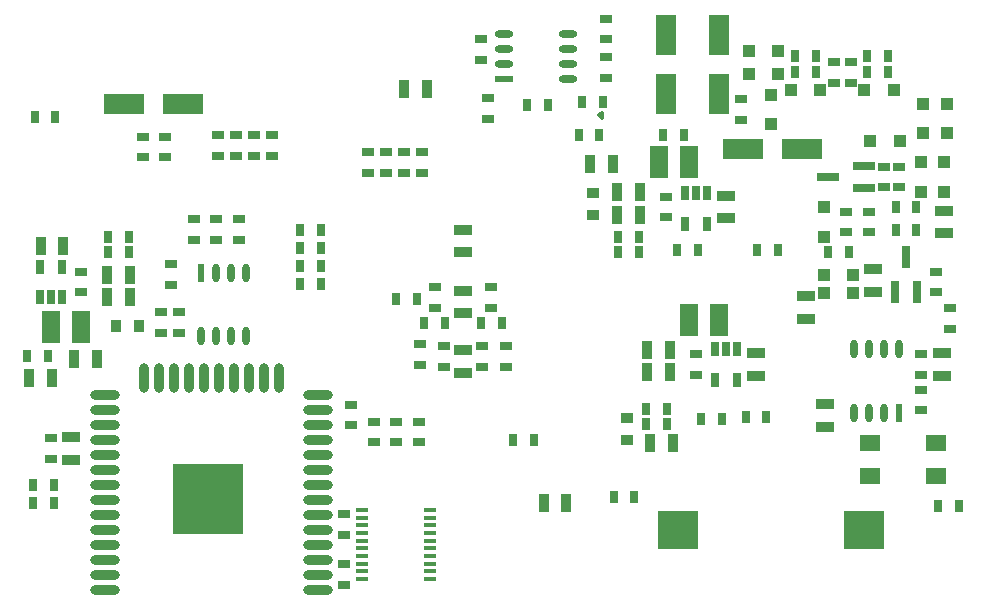
<source format=gbp>
G04 #@! TF.GenerationSoftware,KiCad,Pcbnew,5.0.0-rc2+dfsg1-2*
G04 #@! TF.CreationDate,2018-06-06T08:38:01+02:00*
G04 #@! TF.ProjectId,ulx3s,756C7833732E6B696361645F70636200,rev?*
G04 #@! TF.SameCoordinates,Original*
G04 #@! TF.FileFunction,Paste,Bot*
G04 #@! TF.FilePolarity,Positive*
%FSLAX46Y46*%
G04 Gerber Fmt 4.6, Leading zero omitted, Abs format (unit mm)*
G04 Created by KiCad (PCBNEW 5.0.0-rc2+dfsg1-2) date Wed Jun  6 08:38:01 2018*
%MOMM*%
%LPD*%
G01*
G04 APERTURE LIST*
%ADD10C,0.350000*%
%ADD11R,0.700000X1.200000*%
%ADD12R,1.000000X0.400000*%
%ADD13R,3.500000X3.300000*%
%ADD14R,0.600000X1.550000*%
%ADD15O,0.600000X1.550000*%
%ADD16O,2.500000X0.900000*%
%ADD17O,0.900000X2.500000*%
%ADD18R,6.000000X6.000000*%
%ADD19R,1.800000X1.400000*%
%ADD20R,0.970000X1.500000*%
%ADD21R,0.670000X1.000000*%
%ADD22R,1.500000X0.970000*%
%ADD23R,1.000000X0.670000*%
%ADD24R,1.000000X1.000000*%
%ADD25R,0.800000X1.900000*%
%ADD26R,1.900000X0.800000*%
%ADD27R,3.500000X1.800000*%
%ADD28R,1.800000X3.500000*%
%ADD29R,1.000000X0.845000*%
%ADD30R,0.845000X1.000000*%
%ADD31R,1.550000X0.600000*%
%ADD32O,1.550000X0.600000*%
%ADD33R,1.500000X2.700000*%
G04 APERTURE END LIST*
D10*
G04 #@! TO.C,GPDI1*
X150296000Y-71062000D02*
X150046000Y-70812000D01*
X150046000Y-70812000D02*
X150296000Y-70562000D01*
X150296000Y-70562000D02*
X150296000Y-71062000D01*
G04 #@! TD*
D11*
G04 #@! TO.C,U3*
X159825000Y-90600000D03*
X160775000Y-90600000D03*
X161725000Y-90600000D03*
X161725000Y-93200000D03*
X159825000Y-93200000D03*
G04 #@! TD*
G04 #@! TO.C,U4*
X104575000Y-86215000D03*
X103625000Y-86215000D03*
X102675000Y-86215000D03*
X102675000Y-83615000D03*
X104575000Y-83615000D03*
G04 #@! TD*
G04 #@! TO.C,U5*
X157285000Y-77392000D03*
X158235000Y-77392000D03*
X159185000Y-77392000D03*
X159185000Y-79992000D03*
X157285000Y-79992000D03*
G04 #@! TD*
D12*
G04 #@! TO.C,U6*
X135735000Y-104215000D03*
X135735000Y-104865000D03*
X135735000Y-105515000D03*
X135735000Y-106165000D03*
X135735000Y-106815000D03*
X135735000Y-107465000D03*
X135735000Y-108115000D03*
X135735000Y-108765000D03*
X135735000Y-109415000D03*
X135735000Y-110065000D03*
X129935000Y-110065000D03*
X129935000Y-109415000D03*
X129935000Y-108765000D03*
X129935000Y-108115000D03*
X129935000Y-107465000D03*
X129935000Y-106815000D03*
X129935000Y-106165000D03*
X129935000Y-105515000D03*
X129935000Y-104865000D03*
X129935000Y-104215000D03*
G04 #@! TD*
D13*
G04 #@! TO.C,BAT1*
X172485000Y-105870000D03*
X156685000Y-105870000D03*
G04 #@! TD*
D14*
G04 #@! TO.C,U7*
X175395000Y-96015000D03*
D15*
X174125000Y-96015000D03*
X172855000Y-96015000D03*
X171585000Y-96015000D03*
X171585000Y-90615000D03*
X172855000Y-90615000D03*
X174125000Y-90615000D03*
X175395000Y-90615000D03*
G04 #@! TD*
D14*
G04 #@! TO.C,U10*
X116325000Y-84120000D03*
D15*
X117595000Y-84120000D03*
X118865000Y-84120000D03*
X120135000Y-84120000D03*
X120135000Y-89520000D03*
X118865000Y-89520000D03*
X117595000Y-89520000D03*
X116325000Y-89520000D03*
G04 #@! TD*
D16*
G04 #@! TO.C,U9*
X126230000Y-111000000D03*
X126230000Y-109730000D03*
X126230000Y-108460000D03*
X126230000Y-107190000D03*
X126230000Y-105920000D03*
X126230000Y-104650000D03*
X126230000Y-103380000D03*
X126230000Y-102110000D03*
X126230000Y-100840000D03*
X126230000Y-99570000D03*
X126230000Y-98300000D03*
X126230000Y-97030000D03*
X126230000Y-95760000D03*
X126230000Y-94490000D03*
D17*
X122945000Y-93000000D03*
X121675000Y-93000000D03*
X120405000Y-93000000D03*
X119135000Y-93000000D03*
X117865000Y-93000000D03*
X116595000Y-93000000D03*
X115325000Y-93000000D03*
X114055000Y-93000000D03*
X112785000Y-93000000D03*
X111515000Y-93000000D03*
D16*
X108230000Y-94490000D03*
X108230000Y-95760000D03*
X108230000Y-97030000D03*
X108230000Y-98300000D03*
X108230000Y-99570000D03*
X108230000Y-100840000D03*
X108230000Y-102110000D03*
X108230000Y-103380000D03*
X108230000Y-104650000D03*
X108230000Y-105920000D03*
X108230000Y-107190000D03*
X108230000Y-108460000D03*
X108230000Y-109730000D03*
X108230000Y-111000000D03*
D18*
X116930000Y-103300000D03*
G04 #@! TD*
D19*
G04 #@! TO.C,Y2*
X178576000Y-98522000D03*
X172976000Y-98522000D03*
X172976000Y-101322000D03*
X178576000Y-101322000D03*
G04 #@! TD*
D20*
G04 #@! TO.C,C47*
X133546000Y-68550000D03*
X135456000Y-68550000D03*
G04 #@! TD*
G04 #@! TO.C,C1*
X102748500Y-81885000D03*
X104658500Y-81885000D03*
G04 #@! TD*
D21*
G04 #@! TO.C,C2*
X153985000Y-96910000D03*
X155735000Y-96910000D03*
G04 #@! TD*
D20*
G04 #@! TO.C,C3*
X156015000Y-90630000D03*
X154105000Y-90630000D03*
G04 #@! TD*
G04 #@! TO.C,C4*
X154105000Y-92535000D03*
X156015000Y-92535000D03*
G04 #@! TD*
D22*
G04 #@! TO.C,C5*
X163315000Y-90945000D03*
X163315000Y-92855000D03*
G04 #@! TD*
D21*
G04 #@! TO.C,C6*
X151645000Y-82375000D03*
X153395000Y-82375000D03*
G04 #@! TD*
D20*
G04 #@! TO.C,C7*
X153475000Y-79200000D03*
X151565000Y-79200000D03*
G04 #@! TD*
G04 #@! TO.C,C8*
X153475000Y-77295000D03*
X151565000Y-77295000D03*
G04 #@! TD*
D22*
G04 #@! TO.C,C9*
X160775000Y-79520000D03*
X160775000Y-77610000D03*
G04 #@! TD*
D21*
G04 #@! TO.C,C10*
X108465000Y-81105000D03*
X110215000Y-81105000D03*
G04 #@! TD*
D20*
G04 #@! TO.C,C11*
X108385000Y-84280000D03*
X110295000Y-84280000D03*
G04 #@! TD*
G04 #@! TO.C,C12*
X110295000Y-86185000D03*
X108385000Y-86185000D03*
G04 #@! TD*
D22*
G04 #@! TO.C,C13*
X173221000Y-83833000D03*
X173221000Y-85743000D03*
G04 #@! TD*
D23*
G04 #@! TO.C,C14*
X175380000Y-76900000D03*
X175380000Y-75150000D03*
G04 #@! TD*
D22*
G04 #@! TO.C,C15*
X105276000Y-99967000D03*
X105276000Y-98057000D03*
G04 #@! TD*
G04 #@! TO.C,C16*
X167506000Y-88029000D03*
X167506000Y-86119000D03*
G04 #@! TD*
G04 #@! TO.C,C17*
X138500000Y-90665000D03*
X138500000Y-92575000D03*
G04 #@! TD*
D23*
G04 #@! TO.C,C18*
X150589600Y-64359000D03*
X150589600Y-62609000D03*
G04 #@! TD*
D22*
G04 #@! TO.C,C19*
X138500000Y-82375000D03*
X138500000Y-80465000D03*
G04 #@! TD*
G04 #@! TO.C,C20*
X138500000Y-87575000D03*
X138500000Y-85665000D03*
G04 #@! TD*
D20*
G04 #@! TO.C,C21*
X103706000Y-93061000D03*
X101796000Y-93061000D03*
G04 #@! TD*
G04 #@! TO.C,C22*
X154359000Y-98504000D03*
X156269000Y-98504000D03*
G04 #@! TD*
G04 #@! TO.C,C23*
X105591000Y-91392000D03*
X107501000Y-91392000D03*
G04 #@! TD*
G04 #@! TO.C,C24*
X151189000Y-74882000D03*
X149279000Y-74882000D03*
G04 #@! TD*
D23*
G04 #@! TO.C,C25*
X140900000Y-87095000D03*
X140900000Y-85345000D03*
G04 #@! TD*
G04 #@! TO.C,C26*
X136100000Y-87095000D03*
X136100000Y-85345000D03*
G04 #@! TD*
G04 #@! TO.C,C27*
X136900000Y-92095000D03*
X136900000Y-90345000D03*
G04 #@! TD*
G04 #@! TO.C,C28*
X140100000Y-90345000D03*
X140100000Y-92095000D03*
G04 #@! TD*
G04 #@! TO.C,C29*
X142100000Y-92095000D03*
X142100000Y-90345000D03*
G04 #@! TD*
G04 #@! TO.C,C30*
X134900000Y-90145000D03*
X134900000Y-91895000D03*
G04 #@! TD*
D21*
G04 #@! TO.C,C31*
X135225000Y-88420000D03*
X136975000Y-88420000D03*
G04 #@! TD*
G04 #@! TO.C,C32*
X140025000Y-88420000D03*
X141775000Y-88420000D03*
G04 #@! TD*
G04 #@! TO.C,C33*
X163425000Y-82220000D03*
X165175000Y-82220000D03*
G04 #@! TD*
G04 #@! TO.C,C34*
X158375000Y-82220000D03*
X156625000Y-82220000D03*
G04 #@! TD*
D23*
G04 #@! TO.C,C35*
X177300000Y-94025000D03*
X177300000Y-95775000D03*
G04 #@! TD*
D20*
G04 #@! TO.C,C46*
X145342000Y-103584000D03*
X147252000Y-103584000D03*
G04 #@! TD*
D21*
G04 #@! TO.C,C48*
X103995000Y-70963000D03*
X102245000Y-70963000D03*
G04 #@! TD*
G04 #@! TO.C,C49*
X103372000Y-91156000D03*
X101622000Y-91156000D03*
G04 #@! TD*
D23*
G04 #@! TO.C,C50*
X179713000Y-88856000D03*
X179713000Y-87106000D03*
G04 #@! TD*
D21*
G04 #@! TO.C,C51*
X180473000Y-103856000D03*
X178723000Y-103856000D03*
G04 #@! TD*
G04 #@! TO.C,C52*
X158645000Y-96490000D03*
X160395000Y-96490000D03*
G04 #@! TD*
G04 #@! TO.C,C53*
X132827200Y-86330000D03*
X134577200Y-86330000D03*
G04 #@! TD*
D22*
G04 #@! TO.C,C54*
X169172000Y-95281000D03*
X169172000Y-97191000D03*
G04 #@! TD*
G04 #@! TO.C,D11*
X179190000Y-80790000D03*
X179190000Y-78880000D03*
G04 #@! TD*
D24*
G04 #@! TO.C,D10*
X169050000Y-84280000D03*
X171550000Y-84280000D03*
G04 #@! TD*
G04 #@! TO.C,D12*
X169030000Y-78585000D03*
X169030000Y-81085000D03*
G04 #@! TD*
G04 #@! TO.C,D13*
X171550000Y-85804000D03*
X169050000Y-85804000D03*
G04 #@! TD*
G04 #@! TO.C,D14*
X179190000Y-74775000D03*
X179190000Y-77275000D03*
G04 #@! TD*
G04 #@! TO.C,D15*
X177285000Y-77275000D03*
X177285000Y-74775000D03*
G04 #@! TD*
G04 #@! TO.C,D16*
X172987000Y-72977000D03*
X175487000Y-72977000D03*
G04 #@! TD*
G04 #@! TO.C,D17*
X164585000Y-69060000D03*
X164585000Y-71560000D03*
G04 #@! TD*
G04 #@! TO.C,D20*
X168756000Y-68659000D03*
X166256000Y-68659000D03*
G04 #@! TD*
G04 #@! TO.C,D21*
X174979000Y-68659000D03*
X172479000Y-68659000D03*
G04 #@! TD*
G04 #@! TO.C,D23*
X165200000Y-67262000D03*
X162700000Y-67262000D03*
G04 #@! TD*
G04 #@! TO.C,D24*
X162700000Y-65357000D03*
X165200000Y-65357000D03*
G04 #@! TD*
G04 #@! TO.C,D25*
X177412000Y-72322000D03*
X177412000Y-69822000D03*
G04 #@! TD*
G04 #@! TO.C,D26*
X179444000Y-69822000D03*
X179444000Y-72322000D03*
G04 #@! TD*
D25*
G04 #@! TO.C,Q1*
X176015000Y-82780000D03*
X175065000Y-85780000D03*
X176965000Y-85780000D03*
G04 #@! TD*
D26*
G04 #@! TO.C,Q2*
X172435000Y-75075000D03*
X172435000Y-76975000D03*
X169435000Y-76025000D03*
G04 #@! TD*
D27*
G04 #@! TO.C,D8*
X114761000Y-69802000D03*
X109761000Y-69802000D03*
G04 #@! TD*
G04 #@! TO.C,D9*
X167212000Y-73612000D03*
X162212000Y-73612000D03*
G04 #@! TD*
D28*
G04 #@! TO.C,D51*
X155695000Y-69000000D03*
X155695000Y-64000000D03*
G04 #@! TD*
G04 #@! TO.C,D52*
X160140000Y-69000000D03*
X160140000Y-64000000D03*
G04 #@! TD*
D23*
G04 #@! TO.C,R49*
X113277000Y-74360000D03*
X113277000Y-72610000D03*
G04 #@! TD*
G04 #@! TO.C,R50*
X111372000Y-72610000D03*
X111372000Y-74360000D03*
G04 #@! TD*
D21*
G04 #@! TO.C,R51*
X155455000Y-72487000D03*
X157205000Y-72487000D03*
G04 #@! TD*
D23*
G04 #@! TO.C,R52*
X171331000Y-66278000D03*
X171331000Y-68028000D03*
G04 #@! TD*
G04 #@! TO.C,R53*
X169919000Y-68028000D03*
X169919000Y-66278000D03*
G04 #@! TD*
D21*
G04 #@! TO.C,R54*
X174477000Y-65738000D03*
X172727000Y-65738000D03*
G04 #@! TD*
D23*
G04 #@! TO.C,R56*
X128390000Y-106321000D03*
X128390000Y-104571000D03*
G04 #@! TD*
G04 #@! TO.C,R57*
X117722000Y-72483000D03*
X117722000Y-74233000D03*
G04 #@! TD*
G04 #@! TO.C,R58*
X119246000Y-74233000D03*
X119246000Y-72483000D03*
G04 #@! TD*
G04 #@! TO.C,R59*
X120770000Y-72483000D03*
X120770000Y-74233000D03*
G04 #@! TD*
G04 #@! TO.C,R60*
X122294000Y-74233000D03*
X122294000Y-72483000D03*
G04 #@! TD*
D21*
G04 #@! TO.C,R61*
X145655000Y-69900000D03*
X143905000Y-69900000D03*
G04 #@! TD*
D29*
G04 #@! TO.C,RP1*
X152393000Y-96398500D03*
X152393000Y-98323500D03*
G04 #@! TD*
D30*
G04 #@! TO.C,RP2*
X111064500Y-88598000D03*
X109139500Y-88598000D03*
G04 #@! TD*
D29*
G04 #@! TO.C,RP3*
X149472000Y-77348500D03*
X149472000Y-79273500D03*
G04 #@! TD*
D21*
G04 #@! TO.C,R40*
X166631000Y-65738000D03*
X168381000Y-65738000D03*
G04 #@! TD*
D23*
G04 #@! TO.C,R55*
X134740000Y-96740000D03*
X134740000Y-98490000D03*
G04 #@! TD*
D31*
G04 #@! TO.C,U11*
X141980000Y-67706500D03*
D32*
X141980000Y-66436500D03*
X141980000Y-65166500D03*
X141980000Y-63896500D03*
X147380000Y-63896500D03*
X147380000Y-65166500D03*
X147380000Y-66436500D03*
X147380000Y-67706500D03*
G04 #@! TD*
D22*
G04 #@! TO.C,C55*
X179078000Y-90963000D03*
X179078000Y-92873000D03*
G04 #@! TD*
D23*
G04 #@! TO.C,R65*
X177300000Y-92793000D03*
X177300000Y-91043000D03*
G04 #@! TD*
D33*
G04 #@! TO.C,L1*
X160140000Y-88090000D03*
X157600000Y-88090000D03*
G04 #@! TD*
G04 #@! TO.C,L2*
X103625000Y-88725000D03*
X106165000Y-88725000D03*
G04 #@! TD*
G04 #@! TO.C,L3*
X155060000Y-74755000D03*
X157600000Y-74755000D03*
G04 #@! TD*
D21*
G04 #@! TO.C,R1*
X171175000Y-82375000D03*
X169425000Y-82375000D03*
G04 #@! TD*
D23*
G04 #@! TO.C,R2*
X172840000Y-78960000D03*
X172840000Y-80710000D03*
G04 #@! TD*
G04 #@! TO.C,R3*
X162045000Y-71185000D03*
X162045000Y-69435000D03*
G04 #@! TD*
D21*
G04 #@! TO.C,R4*
X176890000Y-80470000D03*
X175140000Y-80470000D03*
G04 #@! TD*
D23*
G04 #@! TO.C,R5*
X174110000Y-75150000D03*
X174110000Y-76900000D03*
G04 #@! TD*
G04 #@! TO.C,R6*
X178555000Y-85790000D03*
X178555000Y-84040000D03*
G04 #@! TD*
G04 #@! TO.C,R7*
X113785000Y-85155000D03*
X113785000Y-83405000D03*
G04 #@! TD*
G04 #@! TO.C,R8*
X170935000Y-80710000D03*
X170935000Y-78960000D03*
G04 #@! TD*
G04 #@! TO.C,R9*
X128390000Y-110555000D03*
X128390000Y-108805000D03*
G04 #@! TD*
D21*
G04 #@! TO.C,R10*
X151264000Y-103076000D03*
X153014000Y-103076000D03*
G04 #@! TD*
D23*
G04 #@! TO.C,R11*
X119500000Y-81345000D03*
X119500000Y-79595000D03*
G04 #@! TD*
G04 #@! TO.C,R12*
X114420000Y-89219000D03*
X114420000Y-87469000D03*
G04 #@! TD*
D21*
G04 #@! TO.C,R13*
X175140000Y-78565000D03*
X176890000Y-78565000D03*
G04 #@! TD*
G04 #@! TO.C,R14*
X124721000Y-85060000D03*
X126471000Y-85060000D03*
G04 #@! TD*
G04 #@! TO.C,R15*
X126471000Y-83536000D03*
X124721000Y-83536000D03*
G04 #@! TD*
G04 #@! TO.C,R16*
X124721000Y-82012000D03*
X126471000Y-82012000D03*
G04 #@! TD*
G04 #@! TO.C,R17*
X126471000Y-80470000D03*
X124721000Y-80470000D03*
G04 #@! TD*
D23*
G04 #@! TO.C,R18*
X130422000Y-73898000D03*
X130422000Y-75648000D03*
G04 #@! TD*
G04 #@! TO.C,R19*
X131961000Y-73898000D03*
X131961000Y-75648000D03*
G04 #@! TD*
G04 #@! TO.C,R20*
X133485000Y-73898000D03*
X133485000Y-75648000D03*
G04 #@! TD*
G04 #@! TO.C,R21*
X135009000Y-75648000D03*
X135009000Y-73898000D03*
G04 #@! TD*
G04 #@! TO.C,R22*
X140025500Y-66105000D03*
X140025500Y-64355000D03*
G04 #@! TD*
G04 #@! TO.C,R23*
X140597000Y-71076000D03*
X140597000Y-69326000D03*
G04 #@! TD*
G04 #@! TO.C,R24*
X150615000Y-67647000D03*
X150615000Y-65897000D03*
G04 #@! TD*
D21*
G04 #@! TO.C,R25*
X148300000Y-72487000D03*
X150050000Y-72487000D03*
G04 #@! TD*
G04 #@! TO.C,R26*
X150362000Y-69693000D03*
X148612000Y-69693000D03*
G04 #@! TD*
D23*
G04 #@! TO.C,R27*
X129025000Y-95300000D03*
X129025000Y-97050000D03*
G04 #@! TD*
G04 #@! TO.C,R28*
X117595000Y-79595000D03*
X117595000Y-81345000D03*
G04 #@! TD*
G04 #@! TO.C,R29*
X112896000Y-89219000D03*
X112896000Y-87469000D03*
G04 #@! TD*
G04 #@! TO.C,R30*
X115690000Y-79595000D03*
X115690000Y-81345000D03*
G04 #@! TD*
D21*
G04 #@! TO.C,R31*
X142755000Y-98250000D03*
X144505000Y-98250000D03*
G04 #@! TD*
D23*
G04 #@! TO.C,R32*
X132835000Y-98490000D03*
X132835000Y-96740000D03*
G04 #@! TD*
G04 #@! TO.C,R33*
X130930000Y-96740000D03*
X130930000Y-98490000D03*
G04 #@! TD*
D21*
G04 #@! TO.C,R34*
X102115000Y-103600000D03*
X103865000Y-103600000D03*
G04 #@! TD*
G04 #@! TO.C,R35*
X102115000Y-102060000D03*
X103865000Y-102060000D03*
G04 #@! TD*
D23*
G04 #@! TO.C,R38*
X103576500Y-99905000D03*
X103576500Y-98155000D03*
G04 #@! TD*
D21*
G04 #@! TO.C,R39*
X164190000Y-96345000D03*
X162440000Y-96345000D03*
G04 #@! TD*
G04 #@! TO.C,R63*
X168381000Y-67135000D03*
X166631000Y-67135000D03*
G04 #@! TD*
G04 #@! TO.C,R64*
X174475000Y-67120000D03*
X172725000Y-67120000D03*
G04 #@! TD*
G04 #@! TO.C,RA1*
X153985000Y-95640000D03*
X155735000Y-95640000D03*
G04 #@! TD*
G04 #@! TO.C,RA2*
X110215000Y-82375000D03*
X108465000Y-82375000D03*
G04 #@! TD*
G04 #@! TO.C,RA3*
X151645000Y-81105000D03*
X153395000Y-81105000D03*
G04 #@! TD*
D23*
G04 #@! TO.C,RB1*
X158235000Y-92775000D03*
X158235000Y-91025000D03*
G04 #@! TD*
G04 #@! TO.C,RB2*
X106165000Y-85790000D03*
X106165000Y-84040000D03*
G04 #@! TD*
G04 #@! TO.C,RB3*
X155695000Y-79440000D03*
X155695000Y-77690000D03*
G04 #@! TD*
M02*

</source>
